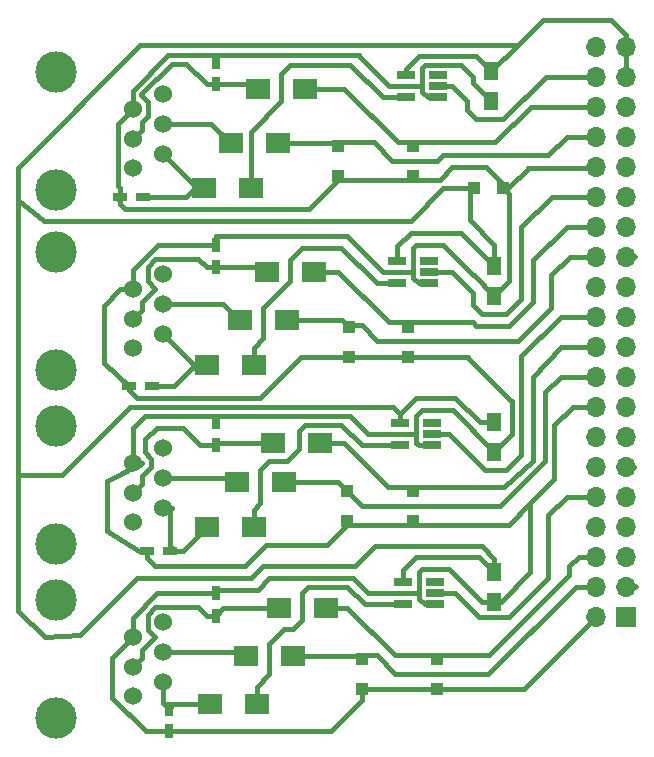
<source format=gbr>
G04 #@! TF.GenerationSoftware,KiCad,Pcbnew,5.0.0-fee4fd1~66~ubuntu18.04.1*
G04 #@! TF.CreationDate,2018-08-28T20:11:10-05:00*
G04 #@! TF.ProjectId,PiKwonDoHAT,50694B776F6E446F4841542E6B696361,rev?*
G04 #@! TF.SameCoordinates,PX7735940PY42c1d80*
G04 #@! TF.FileFunction,Copper,L2,Bot,Signal*
G04 #@! TF.FilePolarity,Positive*
%FSLAX46Y46*%
G04 Gerber Fmt 4.6, Leading zero omitted, Abs format (unit mm)*
G04 Created by KiCad (PCBNEW 5.0.0-fee4fd1~66~ubuntu18.04.1) date Tue Aug 28 20:11:10 2018*
%MOMM*%
%LPD*%
G01*
G04 APERTURE LIST*
G04 #@! TA.AperFunction,SMDPad,CuDef*
%ADD10R,0.750000X1.200000*%
G04 #@! TD*
G04 #@! TA.AperFunction,ComponentPad*
%ADD11C,1.524000*%
G04 #@! TD*
G04 #@! TA.AperFunction,WasherPad*
%ADD12C,3.500000*%
G04 #@! TD*
G04 #@! TA.AperFunction,ComponentPad*
%ADD13R,1.700000X1.700000*%
G04 #@! TD*
G04 #@! TA.AperFunction,ComponentPad*
%ADD14O,1.700000X1.700000*%
G04 #@! TD*
G04 #@! TA.AperFunction,SMDPad,CuDef*
%ADD15R,1.200000X0.750000*%
G04 #@! TD*
G04 #@! TA.AperFunction,SMDPad,CuDef*
%ADD16R,2.000000X1.700000*%
G04 #@! TD*
G04 #@! TA.AperFunction,SMDPad,CuDef*
%ADD17R,1.250000X1.500000*%
G04 #@! TD*
G04 #@! TA.AperFunction,SMDPad,CuDef*
%ADD18R,1.560000X0.650000*%
G04 #@! TD*
G04 #@! TA.AperFunction,SMDPad,CuDef*
%ADD19R,1.000000X1.000000*%
G04 #@! TD*
G04 #@! TA.AperFunction,Conductor*
%ADD20C,0.400000*%
G04 #@! TD*
G04 #@! TA.AperFunction,Conductor*
%ADD21C,0.500000*%
G04 #@! TD*
G04 APERTURE END LIST*
D10*
G04 #@! TO.P,C12,1*
G04 #@! TO.N,Net-(C12-Pad1)*
X-40500000Y-59300000D03*
G04 #@! TO.P,C12,2*
G04 #@! TO.N,GND*
X-40500000Y-61200000D03*
G04 #@! TD*
D11*
G04 #@! TO.P,CN3,1*
G04 #@! TO.N,Net-(CN3-Pad1)*
X-43500000Y-28804000D03*
G04 #@! TO.P,CN3,2*
G04 #@! TO.N,Net-(C8-Pad1)*
X-41000000Y-27544000D03*
G04 #@! TO.P,CN3,3*
G04 #@! TO.N,Net-(C7-Pad1)*
X-43500000Y-26284000D03*
G04 #@! TO.P,CN3,4*
G04 #@! TO.N,Net-(CN3-Pad4)*
X-41000000Y-25024000D03*
G04 #@! TO.P,CN3,5*
G04 #@! TO.N,GND*
X-43500000Y-23765000D03*
G04 #@! TO.P,CN3,6*
G04 #@! TO.N,Net-(CN3-Pad6)*
X-41000000Y-22504000D03*
D12*
G04 #@! TO.P,CN3,*
G04 #@! TO.N,*
X-50000000Y-30654000D03*
X-50000000Y-20654000D03*
G04 #@! TD*
D11*
G04 #@! TO.P,CN4,1*
G04 #@! TO.N,Net-(CN4-Pad1)*
X-43500000Y-43536000D03*
G04 #@! TO.P,CN4,2*
G04 #@! TO.N,Net-(C10-Pad1)*
X-41000000Y-42276000D03*
G04 #@! TO.P,CN4,3*
G04 #@! TO.N,Net-(C9-Pad1)*
X-43500000Y-41016000D03*
G04 #@! TO.P,CN4,4*
G04 #@! TO.N,Net-(CN4-Pad4)*
X-41000000Y-39756000D03*
G04 #@! TO.P,CN4,5*
G04 #@! TO.N,GND*
X-43500000Y-38497000D03*
G04 #@! TO.P,CN4,6*
G04 #@! TO.N,Net-(CN4-Pad6)*
X-41000000Y-37236000D03*
D12*
G04 #@! TO.P,CN4,*
G04 #@! TO.N,*
X-50000000Y-45386000D03*
X-50000000Y-35386000D03*
G04 #@! TD*
D11*
G04 #@! TO.P,CN2,1*
G04 #@! TO.N,Net-(CN2-Pad1)*
X-43500000Y-13564000D03*
G04 #@! TO.P,CN2,2*
G04 #@! TO.N,Net-(C6-Pad1)*
X-41000000Y-12304000D03*
G04 #@! TO.P,CN2,3*
G04 #@! TO.N,Net-(C5-Pad1)*
X-43500000Y-11044000D03*
G04 #@! TO.P,CN2,4*
G04 #@! TO.N,Net-(CN2-Pad4)*
X-41000000Y-9784000D03*
G04 #@! TO.P,CN2,5*
G04 #@! TO.N,GND*
X-43500000Y-8525000D03*
G04 #@! TO.P,CN2,6*
G04 #@! TO.N,Net-(CN2-Pad6)*
X-41000000Y-7264000D03*
D12*
G04 #@! TO.P,CN2,*
G04 #@! TO.N,*
X-50000000Y-15414000D03*
X-50000000Y-5414000D03*
G04 #@! TD*
D13*
G04 #@! TO.P,CN1,1*
G04 #@! TO.N,Net-(CN1-Pad1)*
X-1750000Y-51500000D03*
D14*
G04 #@! TO.P,CN1,2*
G04 #@! TO.N,GND*
X-4290000Y-51500000D03*
G04 #@! TO.P,CN1,3*
G04 #@! TO.N,Net-(CN1-Pad3)*
X-1750000Y-48960000D03*
G04 #@! TO.P,CN1,4*
G04 #@! TO.N,/C_DATA*
X-4290000Y-48960000D03*
G04 #@! TO.P,CN1,5*
G04 #@! TO.N,Net-(CN1-Pad5)*
X-1750000Y-46420000D03*
G04 #@! TO.P,CN1,6*
G04 #@! TO.N,/C_LOAD*
X-4290000Y-46420000D03*
G04 #@! TO.P,CN1,7*
G04 #@! TO.N,Net-(CN1-Pad7)*
X-1750000Y-43880000D03*
G04 #@! TO.P,CN1,8*
G04 #@! TO.N,Net-(CN1-Pad8)*
X-4290000Y-43880000D03*
G04 #@! TO.P,CN1,9*
G04 #@! TO.N,Net-(CN1-Pad9)*
X-1750000Y-41340000D03*
G04 #@! TO.P,CN1,10*
G04 #@! TO.N,/C_CLK*
X-4290000Y-41340000D03*
G04 #@! TO.P,CN1,11*
G04 #@! TO.N,Net-(CN1-Pad11)*
X-1750000Y-38800000D03*
G04 #@! TO.P,CN1,12*
G04 #@! TO.N,Net-(CN1-Pad12)*
X-4290000Y-38800000D03*
G04 #@! TO.P,CN1,13*
G04 #@! TO.N,Net-(CN1-Pad13)*
X-1750000Y-36260000D03*
G04 #@! TO.P,CN1,14*
G04 #@! TO.N,Net-(CN1-Pad14)*
X-4290000Y-36260000D03*
G04 #@! TO.P,CN1,15*
G04 #@! TO.N,Net-(CN1-Pad15)*
X-1750000Y-33720000D03*
G04 #@! TO.P,CN1,16*
G04 #@! TO.N,GND*
X-4290000Y-33720000D03*
G04 #@! TO.P,CN1,17*
G04 #@! TO.N,Net-(CN1-Pad17)*
X-1750000Y-31180000D03*
G04 #@! TO.P,CN1,18*
G04 #@! TO.N,/J3_DATA*
X-4290000Y-31180000D03*
G04 #@! TO.P,CN1,19*
G04 #@! TO.N,Net-(CN1-Pad19)*
X-1750000Y-28640000D03*
G04 #@! TO.P,CN1,20*
G04 #@! TO.N,/J3_LOAD*
X-4290000Y-28640000D03*
G04 #@! TO.P,CN1,21*
G04 #@! TO.N,Net-(CN1-Pad21)*
X-1750000Y-26100000D03*
G04 #@! TO.P,CN1,22*
G04 #@! TO.N,/J3_CLK*
X-4290000Y-26100000D03*
G04 #@! TO.P,CN1,23*
G04 #@! TO.N,Net-(CN1-Pad23)*
X-1750000Y-23560000D03*
G04 #@! TO.P,CN1,24*
G04 #@! TO.N,Net-(CN1-Pad24)*
X-4290000Y-23560000D03*
G04 #@! TO.P,CN1,25*
G04 #@! TO.N,Net-(CN1-Pad25)*
X-1750000Y-21020000D03*
G04 #@! TO.P,CN1,26*
G04 #@! TO.N,/J2_DATA*
X-4290000Y-21020000D03*
G04 #@! TO.P,CN1,27*
G04 #@! TO.N,Net-(CN1-Pad27)*
X-1750000Y-18480000D03*
G04 #@! TO.P,CN1,28*
G04 #@! TO.N,/J2_LOAD*
X-4290000Y-18480000D03*
G04 #@! TO.P,CN1,29*
G04 #@! TO.N,Net-(CN1-Pad29)*
X-1750000Y-15940000D03*
G04 #@! TO.P,CN1,30*
G04 #@! TO.N,/J2_CLK*
X-4290000Y-15940000D03*
G04 #@! TO.P,CN1,31*
G04 #@! TO.N,Net-(CN1-Pad31)*
X-1750000Y-13400000D03*
G04 #@! TO.P,CN1,32*
G04 #@! TO.N,GND*
X-4290000Y-13400000D03*
G04 #@! TO.P,CN1,33*
G04 #@! TO.N,Net-(CN1-Pad33)*
X-1750000Y-10860000D03*
G04 #@! TO.P,CN1,34*
G04 #@! TO.N,/J1_DATA*
X-4290000Y-10860000D03*
G04 #@! TO.P,CN1,35*
G04 #@! TO.N,Net-(CN1-Pad35)*
X-1750000Y-8320000D03*
G04 #@! TO.P,CN1,36*
G04 #@! TO.N,/J1_LOAD*
X-4290000Y-8320000D03*
G04 #@! TO.P,CN1,37*
G04 #@! TO.N,+5V*
X-1750000Y-5780000D03*
G04 #@! TO.P,CN1,38*
G04 #@! TO.N,/J1_CLK*
X-4290000Y-5780000D03*
G04 #@! TO.P,CN1,39*
G04 #@! TO.N,+5V*
X-1750000Y-3240000D03*
G04 #@! TO.P,CN1,40*
G04 #@! TO.N,Net-(CN1-Pad40)*
X-4290000Y-3240000D03*
G04 #@! TD*
D11*
G04 #@! TO.P,CN5,1*
G04 #@! TO.N,Net-(CN5-Pad1)*
X-43500000Y-58268000D03*
G04 #@! TO.P,CN5,2*
G04 #@! TO.N,Net-(C12-Pad1)*
X-41000000Y-57008000D03*
G04 #@! TO.P,CN5,3*
G04 #@! TO.N,Net-(C11-Pad1)*
X-43500000Y-55748000D03*
G04 #@! TO.P,CN5,4*
G04 #@! TO.N,Net-(CN5-Pad4)*
X-41000000Y-54488000D03*
G04 #@! TO.P,CN5,5*
G04 #@! TO.N,GND*
X-43500000Y-53229000D03*
G04 #@! TO.P,CN5,6*
G04 #@! TO.N,Net-(CN5-Pad6)*
X-41000000Y-51968000D03*
D12*
G04 #@! TO.P,CN5,*
G04 #@! TO.N,*
X-50000000Y-60118000D03*
X-50000000Y-50118000D03*
G04 #@! TD*
D10*
G04 #@! TO.P,C5,1*
G04 #@! TO.N,Net-(C5-Pad1)*
X-36500000Y-6450000D03*
G04 #@! TO.P,C5,2*
G04 #@! TO.N,GND*
X-36500000Y-4550000D03*
G04 #@! TD*
G04 #@! TO.P,C7,1*
G04 #@! TO.N,Net-(C7-Pad1)*
X-36500000Y-21950000D03*
G04 #@! TO.P,C7,2*
G04 #@! TO.N,GND*
X-36500000Y-20050000D03*
G04 #@! TD*
G04 #@! TO.P,C9,1*
G04 #@! TO.N,Net-(C9-Pad1)*
X-36500000Y-36950000D03*
G04 #@! TO.P,C9,2*
G04 #@! TO.N,GND*
X-36500000Y-35050000D03*
G04 #@! TD*
G04 #@! TO.P,C11,1*
G04 #@! TO.N,Net-(C11-Pad1)*
X-36500000Y-51450000D03*
G04 #@! TO.P,C11,2*
G04 #@! TO.N,GND*
X-36500000Y-49550000D03*
G04 #@! TD*
D15*
G04 #@! TO.P,C6,1*
G04 #@! TO.N,Net-(C6-Pad1)*
X-42694000Y-16002000D03*
G04 #@! TO.P,C6,2*
G04 #@! TO.N,GND*
X-44594000Y-16002000D03*
G04 #@! TD*
G04 #@! TO.P,C8,1*
G04 #@! TO.N,Net-(C8-Pad1)*
X-41932000Y-32004000D03*
G04 #@! TO.P,C8,2*
G04 #@! TO.N,GND*
X-43832000Y-32004000D03*
G04 #@! TD*
G04 #@! TO.P,C10,1*
G04 #@! TO.N,Net-(C10-Pad1)*
X-40408000Y-45974000D03*
G04 #@! TO.P,C10,2*
G04 #@! TO.N,GND*
X-42308000Y-45974000D03*
G04 #@! TD*
D16*
G04 #@! TO.P,R3,1*
G04 #@! TO.N,/J1_DATA*
X-31230000Y-11430000D03*
G04 #@! TO.P,R3,2*
G04 #@! TO.N,Net-(CN2-Pad4)*
X-35230000Y-11430000D03*
G04 #@! TD*
G04 #@! TO.P,R6,1*
G04 #@! TO.N,/J2_DATA*
X-30468000Y-26416000D03*
G04 #@! TO.P,R6,2*
G04 #@! TO.N,Net-(CN3-Pad4)*
X-34468000Y-26416000D03*
G04 #@! TD*
G04 #@! TO.P,R9,1*
G04 #@! TO.N,/J3_DATA*
X-30722000Y-40132000D03*
G04 #@! TO.P,R9,2*
G04 #@! TO.N,Net-(CN4-Pad4)*
X-34722000Y-40132000D03*
G04 #@! TD*
G04 #@! TO.P,R12,1*
G04 #@! TO.N,/C_DATA*
X-29960000Y-54864000D03*
G04 #@! TO.P,R12,2*
G04 #@! TO.N,Net-(CN5-Pad4)*
X-33960000Y-54864000D03*
G04 #@! TD*
G04 #@! TO.P,R2,1*
G04 #@! TO.N,/J1_LOAD*
X-28944000Y-6858000D03*
G04 #@! TO.P,R2,2*
G04 #@! TO.N,Net-(C5-Pad1)*
X-32944000Y-6858000D03*
G04 #@! TD*
G04 #@! TO.P,R5,1*
G04 #@! TO.N,/J2_LOAD*
X-28182000Y-22352000D03*
G04 #@! TO.P,R5,2*
G04 #@! TO.N,Net-(C7-Pad1)*
X-32182000Y-22352000D03*
G04 #@! TD*
G04 #@! TO.P,R8,1*
G04 #@! TO.N,/J3_LOAD*
X-27674000Y-36830000D03*
G04 #@! TO.P,R8,2*
G04 #@! TO.N,Net-(C9-Pad1)*
X-31674000Y-36830000D03*
G04 #@! TD*
G04 #@! TO.P,R11,1*
G04 #@! TO.N,/C_LOAD*
X-27166000Y-50800000D03*
G04 #@! TO.P,R11,2*
G04 #@! TO.N,Net-(C11-Pad1)*
X-31166000Y-50800000D03*
G04 #@! TD*
G04 #@! TO.P,R1,1*
G04 #@! TO.N,Net-(R1-Pad1)*
X-33516000Y-15240000D03*
G04 #@! TO.P,R1,2*
G04 #@! TO.N,Net-(C6-Pad1)*
X-37516000Y-15240000D03*
G04 #@! TD*
G04 #@! TO.P,R4,1*
G04 #@! TO.N,Net-(R4-Pad1)*
X-33262000Y-30226000D03*
G04 #@! TO.P,R4,2*
G04 #@! TO.N,Net-(C8-Pad1)*
X-37262000Y-30226000D03*
G04 #@! TD*
G04 #@! TO.P,R7,1*
G04 #@! TO.N,Net-(R7-Pad1)*
X-33262000Y-43942000D03*
G04 #@! TO.P,R7,2*
G04 #@! TO.N,Net-(C10-Pad1)*
X-37262000Y-43942000D03*
G04 #@! TD*
G04 #@! TO.P,R10,1*
G04 #@! TO.N,Net-(R10-Pad1)*
X-33008000Y-58928000D03*
G04 #@! TO.P,R10,2*
G04 #@! TO.N,Net-(C12-Pad1)*
X-37008000Y-58928000D03*
G04 #@! TD*
D17*
G04 #@! TO.P,C3,1*
G04 #@! TO.N,+5V*
X-12910000Y-35072000D03*
G04 #@! TO.P,C3,2*
G04 #@! TO.N,GND*
X-12910000Y-37572000D03*
G04 #@! TD*
G04 #@! TO.P,C1,1*
G04 #@! TO.N,+5V*
X-13164000Y-5354000D03*
G04 #@! TO.P,C1,2*
G04 #@! TO.N,GND*
X-13164000Y-7854000D03*
G04 #@! TD*
G04 #@! TO.P,C2,1*
G04 #@! TO.N,+5V*
X-12910000Y-21864000D03*
G04 #@! TO.P,C2,2*
G04 #@! TO.N,GND*
X-12910000Y-24364000D03*
G04 #@! TD*
G04 #@! TO.P,C4,1*
G04 #@! TO.N,+5V*
X-12910000Y-47772000D03*
G04 #@! TO.P,C4,2*
G04 #@! TO.N,GND*
X-12910000Y-50272000D03*
G04 #@! TD*
D18*
G04 #@! TO.P,U1,1*
G04 #@! TO.N,Net-(U1-Pad1)*
X-17656000Y-5654000D03*
G04 #@! TO.P,U1,2*
G04 #@! TO.N,/J1_CLK*
X-17656000Y-6604000D03*
G04 #@! TO.P,U1,3*
G04 #@! TO.N,GND*
X-17656000Y-7554000D03*
G04 #@! TO.P,U1,4*
G04 #@! TO.N,Net-(R1-Pad1)*
X-20356000Y-7554000D03*
G04 #@! TO.P,U1,5*
G04 #@! TO.N,+5V*
X-20356000Y-5654000D03*
G04 #@! TD*
G04 #@! TO.P,U4,1*
G04 #@! TO.N,Net-(U4-Pad1)*
X-17910000Y-48580000D03*
G04 #@! TO.P,U4,2*
G04 #@! TO.N,/C_CLK*
X-17910000Y-49530000D03*
G04 #@! TO.P,U4,3*
G04 #@! TO.N,GND*
X-17910000Y-50480000D03*
G04 #@! TO.P,U4,4*
G04 #@! TO.N,Net-(R10-Pad1)*
X-20610000Y-50480000D03*
G04 #@! TO.P,U4,5*
G04 #@! TO.N,+5V*
X-20610000Y-48580000D03*
G04 #@! TD*
G04 #@! TO.P,U3,1*
G04 #@! TO.N,Net-(U3-Pad1)*
X-18164000Y-35118000D03*
G04 #@! TO.P,U3,2*
G04 #@! TO.N,/J3_CLK*
X-18164000Y-36068000D03*
G04 #@! TO.P,U3,3*
G04 #@! TO.N,GND*
X-18164000Y-37018000D03*
G04 #@! TO.P,U3,4*
G04 #@! TO.N,Net-(R7-Pad1)*
X-20864000Y-37018000D03*
G04 #@! TO.P,U3,5*
G04 #@! TO.N,+5V*
X-20864000Y-35118000D03*
G04 #@! TD*
G04 #@! TO.P,U2,1*
G04 #@! TO.N,Net-(U2-Pad1)*
X-18418000Y-21402000D03*
G04 #@! TO.P,U2,2*
G04 #@! TO.N,/J2_CLK*
X-18418000Y-22352000D03*
G04 #@! TO.P,U2,3*
G04 #@! TO.N,GND*
X-18418000Y-23302000D03*
G04 #@! TO.P,U2,4*
G04 #@! TO.N,Net-(R4-Pad1)*
X-21118000Y-23302000D03*
G04 #@! TO.P,U2,5*
G04 #@! TO.N,+5V*
X-21118000Y-21402000D03*
G04 #@! TD*
D19*
G04 #@! TO.P,D1,1*
G04 #@! TO.N,+5V*
X-14668000Y-15240000D03*
G04 #@! TO.P,D1,2*
G04 #@! TO.N,GND*
X-12168000Y-15240000D03*
G04 #@! TD*
G04 #@! TO.P,D2,1*
G04 #@! TO.N,/J1_DATA*
X-26118000Y-11704000D03*
G04 #@! TO.P,D2,2*
G04 #@! TO.N,GND*
X-26118000Y-14204000D03*
G04 #@! TD*
G04 #@! TO.P,D3,1*
G04 #@! TO.N,/J1_LOAD*
X-19768000Y-11704000D03*
G04 #@! TO.P,D3,2*
G04 #@! TO.N,GND*
X-19768000Y-14204000D03*
G04 #@! TD*
G04 #@! TO.P,D4,1*
G04 #@! TO.N,/J2_DATA*
X-25250000Y-27000000D03*
G04 #@! TO.P,D4,2*
G04 #@! TO.N,GND*
X-25250000Y-29500000D03*
G04 #@! TD*
G04 #@! TO.P,D5,1*
G04 #@! TO.N,/J2_LOAD*
X-20250000Y-27000000D03*
G04 #@! TO.P,D5,2*
G04 #@! TO.N,GND*
X-20250000Y-29500000D03*
G04 #@! TD*
G04 #@! TO.P,D6,1*
G04 #@! TO.N,/J3_DATA*
X-25356000Y-40914000D03*
G04 #@! TO.P,D6,2*
G04 #@! TO.N,GND*
X-25356000Y-43414000D03*
G04 #@! TD*
G04 #@! TO.P,D7,1*
G04 #@! TO.N,/J3_LOAD*
X-19768000Y-40914000D03*
G04 #@! TO.P,D7,2*
G04 #@! TO.N,GND*
X-19768000Y-43414000D03*
G04 #@! TD*
G04 #@! TO.P,D8,1*
G04 #@! TO.N,/C_DATA*
X-24086000Y-55138000D03*
G04 #@! TO.P,D8,2*
G04 #@! TO.N,GND*
X-24086000Y-57638000D03*
G04 #@! TD*
G04 #@! TO.P,D9,1*
G04 #@! TO.N,/C_LOAD*
X-17736000Y-55138000D03*
G04 #@! TO.P,D9,2*
G04 #@! TO.N,GND*
X-17736000Y-57638000D03*
G04 #@! TD*
D20*
G04 #@! TO.N,GND*
X-17736000Y-57638000D02*
X-10428000Y-57638000D01*
X-10428000Y-57638000D02*
X-4290000Y-51500000D01*
X-24086000Y-57638000D02*
X-17736000Y-57638000D01*
X-32750000Y-33020000D02*
X-29254000Y-29524000D01*
X-29202000Y-29500000D02*
X-25250000Y-29500000D01*
X-29226000Y-29524000D02*
X-29202000Y-29500000D01*
X-29254000Y-29524000D02*
X-29226000Y-29524000D01*
X-25250000Y-29500000D02*
X-20250000Y-29500000D01*
X-15250000Y-29500000D02*
X-11386000Y-33364000D01*
X-43136000Y-33020000D02*
X-32750000Y-33020000D01*
X-32750000Y-33020000D02*
X-32722000Y-33020000D01*
X-43832000Y-32324000D02*
X-43136000Y-33020000D01*
X-20250000Y-29500000D02*
X-15250000Y-29500000D01*
X-15250000Y-29500000D02*
X-15160000Y-29500000D01*
X-11386000Y-33274000D02*
X-11386000Y-33364000D01*
X-11386000Y-33364000D02*
X-11386000Y-36048000D01*
X-11386000Y-36048000D02*
X-12910000Y-37572000D01*
X-11640000Y-20004002D02*
X-11640000Y-15768000D01*
X-11640000Y-20004002D02*
X-11640000Y-23094000D01*
X-12910000Y-24364000D02*
X-11640000Y-23094000D01*
X-11640000Y-15768000D02*
X-12168000Y-15240000D01*
X-12168000Y-15240000D02*
X-11740000Y-15240000D01*
X-11740000Y-15240000D02*
X-10000000Y-13500000D01*
X-36500000Y-49550000D02*
X-36200000Y-49250000D01*
X-36200000Y-49250000D02*
X-32950000Y-49250000D01*
X-31960000Y-48260000D02*
X-32950000Y-49250000D01*
X-24848000Y-48260000D02*
X-31960000Y-48260000D01*
X-23578000Y-49530000D02*
X-24848000Y-48260000D01*
X-19260000Y-49530000D02*
X-23578000Y-49530000D01*
X-42308000Y-46548000D02*
X-41612000Y-47244000D01*
X-36500000Y-34482002D02*
X-36500000Y-35050000D01*
X-25073000Y-34573000D02*
X-25163998Y-34482002D01*
X-25163998Y-34482002D02*
X-36500000Y-34482002D01*
X-36500000Y-34482002D02*
X-36500000Y-35050000D01*
X-36500000Y-35050000D02*
X-36500000Y-34500000D01*
X-36500000Y-20050000D02*
X-36500000Y-19304000D01*
X-24340000Y-4064000D02*
X-24404000Y-4000000D01*
X-21800000Y-6604000D02*
X-24340000Y-4064000D01*
X-19006000Y-6604000D02*
X-21800000Y-6604000D01*
X-24404000Y-4000000D02*
X-36500000Y-4000000D01*
X-36500000Y-4000000D02*
X-36500000Y-4550000D01*
X-40596000Y-4064000D02*
X-40532000Y-4000000D01*
X-40532000Y-4000000D02*
X-36500000Y-4000000D01*
X-36500000Y-4000000D02*
X-36500000Y-4550000D01*
X-36500000Y-4000000D02*
X-36500000Y-4550000D01*
X-10078000Y-13500000D02*
X-10000000Y-13500000D01*
X-10000000Y-13500000D02*
X-4390000Y-13500000D01*
X-4390000Y-13500000D02*
X-4290000Y-13400000D01*
X-42308000Y-45974000D02*
X-42308000Y-46548000D01*
X-41612000Y-47244000D02*
X-33992000Y-47244000D01*
X-33992000Y-47244000D02*
X-32214000Y-45466000D01*
X-32214000Y-45466000D02*
X-27058000Y-45466000D01*
X-27058000Y-45466000D02*
X-25356000Y-43764000D01*
X-19768000Y-43764000D02*
X-11716000Y-43764000D01*
X-11716000Y-43764000D02*
X-9862000Y-41910000D01*
X-12910000Y-50272000D02*
X-12382000Y-50272000D01*
X-12382000Y-50272000D02*
X-9862000Y-47752000D01*
X-9862000Y-47752000D02*
X-9862000Y-41910000D01*
X-6244000Y-33720000D02*
X-4290000Y-33720000D01*
X-9862000Y-41910000D02*
X-7830000Y-39878000D01*
X-7830000Y-39878000D02*
X-7830000Y-35306000D01*
X-7830000Y-35306000D02*
X-6244000Y-33720000D01*
X-17910000Y-50480000D02*
X-18818000Y-50480000D01*
X-13946000Y-50272000D02*
X-12910000Y-50272000D01*
X-16720000Y-47498000D02*
X-13946000Y-50272000D01*
X-19006000Y-47498000D02*
X-16720000Y-47498000D01*
X-19260000Y-47752000D02*
X-19006000Y-47498000D01*
X-19260000Y-50038000D02*
X-19260000Y-49530000D01*
X-19260000Y-49530000D02*
X-19260000Y-47752000D01*
X-18818000Y-50480000D02*
X-19260000Y-50038000D01*
X-23578000Y-36068000D02*
X-19514000Y-36068000D01*
X-25102000Y-34544000D02*
X-25073000Y-34573000D01*
X-25073000Y-34573000D02*
X-23578000Y-36068000D01*
X-25356000Y-43764000D02*
X-19768000Y-43764000D01*
X-43832000Y-32004000D02*
X-43832000Y-32324000D01*
X-19514000Y-36322000D02*
X-19514000Y-36068000D01*
X-19514000Y-36322000D02*
X-19514000Y-36830000D01*
X-19514000Y-36830000D02*
X-19326000Y-37018000D01*
X-19326000Y-37018000D02*
X-18164000Y-37018000D01*
X-19514000Y-36068000D02*
X-19514000Y-34544000D01*
X-16446000Y-34036000D02*
X-12910000Y-37572000D01*
X-19006000Y-34036000D02*
X-16446000Y-34036000D01*
X-19514000Y-34544000D02*
X-19006000Y-34036000D01*
X-13464000Y-37018000D02*
X-12910000Y-37572000D01*
X-42909000Y-38674000D02*
X-42732000Y-38497000D01*
X-19768000Y-22352000D02*
X-22308000Y-22352000D01*
X-25356000Y-19304000D02*
X-36500000Y-19304000D01*
X-22308000Y-22352000D02*
X-25356000Y-19304000D01*
X-44594000Y-16002000D02*
X-44594000Y-16576000D01*
X-44594000Y-16576000D02*
X-44152000Y-17018000D01*
X-44152000Y-17018000D02*
X-28582000Y-17018000D01*
X-28582000Y-17018000D02*
X-26118000Y-14554000D01*
X-18418000Y-23302000D02*
X-19326000Y-23302000D01*
X-14668000Y-22606000D02*
X-12910000Y-24364000D01*
X-19768000Y-22352000D02*
X-19768000Y-20320000D01*
X-19768000Y-20320000D02*
X-19514000Y-20066000D01*
X-19514000Y-20066000D02*
X-17228000Y-20066000D01*
X-17228000Y-20066000D02*
X-14688000Y-22606000D01*
X-14688000Y-22606000D02*
X-14668000Y-22606000D01*
X-19768000Y-22860000D02*
X-19768000Y-22352000D01*
X-19326000Y-23302000D02*
X-19768000Y-22860000D01*
X-19768000Y-14554000D02*
X-17558000Y-14554000D01*
X-13596000Y-13462000D02*
X-11818000Y-15240000D01*
X-16466000Y-13462000D02*
X-13596000Y-13462000D01*
X-17558000Y-14554000D02*
X-16466000Y-13462000D01*
X-13240000Y-37942000D02*
X-12636000Y-37338000D01*
X-17656000Y-7554000D02*
X-18564000Y-7554000D01*
X-18564000Y-7554000D02*
X-19006000Y-7112000D01*
X-19006000Y-7112000D02*
X-19006000Y-6604000D01*
X-14688000Y-6330000D02*
X-13164000Y-7854000D01*
X-19006000Y-6604000D02*
X-19006000Y-5018002D01*
X-19006000Y-5018002D02*
X-18752000Y-4764002D01*
X-18752000Y-4764002D02*
X-15765998Y-4764002D01*
X-15765998Y-4764002D02*
X-14688000Y-5842000D01*
X-14688000Y-5842000D02*
X-14688000Y-6330000D01*
X-4720000Y-13400000D02*
X-4290000Y-13400000D01*
X-13464000Y-7554000D02*
X-13164000Y-7854000D01*
X-26118000Y-14554000D02*
X-19768000Y-14554000D01*
X-17722000Y-7620000D02*
X-17656000Y-7554000D01*
X-44762000Y-16170000D02*
X-44594000Y-16002000D01*
X-46000000Y-30000000D02*
X-43832000Y-32004000D01*
X-44577630Y-23765000D02*
X-46000000Y-25187370D01*
X-46000000Y-25187370D02*
X-46000000Y-30000000D01*
X-43500000Y-23765000D02*
X-44577630Y-23765000D01*
X-45750000Y-44250000D02*
X-43026000Y-45974000D01*
X-42732000Y-38497000D02*
X-45750000Y-40000000D01*
X-43026000Y-45974000D02*
X-42308000Y-45974000D01*
X-45750000Y-40000000D02*
X-45750000Y-44250000D01*
X-43500000Y-35500000D02*
X-43500000Y-38497000D01*
X-36500000Y-34482002D02*
X-42482002Y-34482002D01*
X-42482002Y-34482002D02*
X-43500000Y-35500000D01*
X-37275000Y-49550000D02*
X-36500000Y-49550000D01*
X-41439724Y-49550000D02*
X-37275000Y-49550000D01*
X-43500000Y-51610276D02*
X-41439724Y-49550000D01*
X-43500000Y-53229000D02*
X-43500000Y-51610276D01*
X-43500000Y-6968000D02*
X-43500000Y-8525000D01*
X-40532000Y-4000000D02*
X-43500000Y-6968000D01*
X-44261999Y-9286999D02*
X-43500000Y-8525000D01*
X-44762001Y-9787001D02*
X-44261999Y-9286999D01*
X-44762001Y-15058999D02*
X-44762001Y-9787001D01*
X-44594000Y-15227000D02*
X-44762001Y-15058999D01*
X-44594000Y-16002000D02*
X-44594000Y-15227000D01*
X-37275000Y-20050000D02*
X-36500000Y-20050000D01*
X-43500000Y-22146276D02*
X-41403724Y-20050000D01*
X-41403724Y-20050000D02*
X-37275000Y-20050000D01*
X-43500000Y-23765000D02*
X-43500000Y-22146276D01*
X-45250000Y-58385762D02*
X-42435762Y-61200000D01*
X-45250000Y-54979000D02*
X-45250000Y-58385762D01*
X-41275000Y-61200000D02*
X-40500000Y-61200000D01*
X-42435762Y-61200000D02*
X-41275000Y-61200000D01*
X-43500000Y-53229000D02*
X-45250000Y-54979000D01*
X-24086000Y-58538000D02*
X-24086000Y-57638000D01*
X-26748000Y-61200000D02*
X-24086000Y-58538000D01*
X-40500000Y-61200000D02*
X-26748000Y-61200000D01*
G04 #@! TO.N,Net-(C5-Pad1)*
X-36500000Y-6450000D02*
X-33352000Y-6450000D01*
X-33352000Y-6450000D02*
X-32944000Y-6858000D01*
X-39024990Y-4700010D02*
X-37275000Y-6450000D01*
X-40242048Y-4700010D02*
X-39024990Y-4700010D01*
X-37275000Y-6450000D02*
X-36500000Y-6450000D01*
X-42799990Y-7257952D02*
X-40242048Y-4700010D01*
X-42799990Y-7357248D02*
X-42799990Y-7257952D01*
X-42237999Y-7919239D02*
X-42799990Y-7357248D01*
X-42237999Y-9154237D02*
X-42237999Y-7919239D01*
X-42738001Y-9654239D02*
X-42237999Y-9154237D01*
X-42738001Y-10282001D02*
X-42738001Y-9654239D01*
X-43500000Y-11044000D02*
X-42738001Y-10282001D01*
G04 #@! TO.N,Net-(C6-Pad1)*
X-42694000Y-16002000D02*
X-39002000Y-16002000D01*
X-39002000Y-16002000D02*
X-38240000Y-15240000D01*
X-38240000Y-15240000D02*
X-37516000Y-15240000D01*
X-42694000Y-16002000D02*
X-42628000Y-16002000D01*
X-37516000Y-15240000D02*
X-37440000Y-15240000D01*
X-37516000Y-15240000D02*
X-37516000Y-15164000D01*
X-38064000Y-15240000D02*
X-37516000Y-15240000D01*
X-41000000Y-12304000D02*
X-38064000Y-15240000D01*
G04 #@! TO.N,Net-(C7-Pad1)*
X-36500000Y-21950000D02*
X-32584000Y-21950000D01*
X-32584000Y-21950000D02*
X-32182000Y-22352000D01*
X-37275000Y-21950000D02*
X-36500000Y-21950000D01*
X-37983001Y-21241999D02*
X-37275000Y-21950000D01*
X-41605761Y-21241999D02*
X-37983001Y-21241999D01*
X-42262001Y-21898239D02*
X-41605761Y-21241999D01*
X-42262001Y-23109761D02*
X-42262001Y-21898239D01*
X-41607762Y-23764000D02*
X-42262001Y-23109761D01*
X-42738001Y-24894239D02*
X-41607762Y-23764000D01*
X-42738001Y-25522001D02*
X-42738001Y-24894239D01*
X-43500000Y-26284000D02*
X-42738001Y-25522001D01*
G04 #@! TO.N,Net-(C8-Pad1)*
X-41932000Y-32004000D02*
X-40004000Y-32004000D01*
X-38500000Y-30500000D02*
X-37536000Y-30500000D01*
X-40004000Y-32004000D02*
X-38500000Y-30500000D01*
X-37536000Y-30500000D02*
X-37262000Y-30226000D01*
X-37262000Y-30226000D02*
X-37550000Y-30226000D01*
X-37262000Y-30226000D02*
X-37262000Y-30390000D01*
X-38318000Y-30226000D02*
X-37262000Y-30226000D01*
X-41000000Y-27544000D02*
X-38318000Y-30226000D01*
G04 #@! TO.N,+5V*
X-21118000Y-21402000D02*
X-21118000Y-20118000D01*
X-15774000Y-19000000D02*
X-12910000Y-21864000D01*
X-20000000Y-19000000D02*
X-15774000Y-19000000D01*
X-21118000Y-20118000D02*
X-20000000Y-19000000D01*
X-1750000Y-3240000D02*
X-1750000Y-2250000D01*
X-8810000Y-1000000D02*
X-10893000Y-3083000D01*
X-10893000Y-3083000D02*
X-13164000Y-5354000D01*
X-3000000Y-1000000D02*
X-8810000Y-1000000D01*
X-1750000Y-2250000D02*
X-3000000Y-1000000D01*
X-13164000Y-5354000D02*
X-12954000Y-5354000D01*
X-20356000Y-5160000D02*
X-19260000Y-4064000D01*
X-19260000Y-4064000D02*
X-14454000Y-4064000D01*
X-20356000Y-5654000D02*
X-20356000Y-5160000D01*
X-14454000Y-4064000D02*
X-13164000Y-5354000D01*
X-20610000Y-48580000D02*
X-20610000Y-47578000D01*
X-20610000Y-47578000D02*
X-19514000Y-46482000D01*
X-19514000Y-46482000D02*
X-14200000Y-46482000D01*
X-14200000Y-46482000D02*
X-12910000Y-47772000D01*
X-12910000Y-35072000D02*
X-14160000Y-35072000D01*
X-14160000Y-35072000D02*
X-16212000Y-33020000D01*
X-16212000Y-33020000D02*
X-19514000Y-33020000D01*
X-19514000Y-33020000D02*
X-20864000Y-34370000D01*
X-20864000Y-34370000D02*
X-20864000Y-35118000D01*
X-20864000Y-35118000D02*
X-20864000Y-34878000D01*
X-1750000Y-3240000D02*
X-1750000Y-5780000D01*
X-12910000Y-46590000D02*
X-12910000Y-47772000D01*
X-14000000Y-45500000D02*
X-12910000Y-46590000D01*
X-23000000Y-45500000D02*
X-14000000Y-45500000D01*
X-53250000Y-41250000D02*
X-53250000Y-51000000D01*
X-51000000Y-53250000D02*
X-47962000Y-53086000D01*
X-53250000Y-51000000D02*
X-51000000Y-53250000D01*
X-24744000Y-47244000D02*
X-23000000Y-45500000D01*
X-47962000Y-53086000D02*
X-43136000Y-48260000D01*
X-43136000Y-48260000D02*
X-33484000Y-48260000D01*
X-33484000Y-48260000D02*
X-32468000Y-47244000D01*
X-32468000Y-47244000D02*
X-24744000Y-47244000D01*
X-12910000Y-20066000D02*
X-12910000Y-21864000D01*
X-15018000Y-15240000D02*
X-15018000Y-17958000D01*
X-17240000Y-15240000D02*
X-15018000Y-15240000D01*
X-42917000Y-3083000D02*
X-53250000Y-13500000D01*
X-10893000Y-3083000D02*
X-42917000Y-3083000D01*
X-53250000Y-16250000D02*
X-51010000Y-18034000D01*
X-51010000Y-18034000D02*
X-20000000Y-18000000D01*
X-15018000Y-17958000D02*
X-12910000Y-20066000D01*
X-53250000Y-13500000D02*
X-53250000Y-16250000D01*
X-20000000Y-18000000D02*
X-17240000Y-15240000D01*
X-53250000Y-33000000D02*
X-53250000Y-16250000D01*
X-20864000Y-34393000D02*
X-21507000Y-33750000D01*
X-20864000Y-35118000D02*
X-20864000Y-34393000D01*
X-21507000Y-33750000D02*
X-43750000Y-33750000D01*
X-49500000Y-39500000D02*
X-53250000Y-39500000D01*
X-53250000Y-41250000D02*
X-53250000Y-39500000D01*
X-43750000Y-33750000D02*
X-49500000Y-39500000D01*
X-53250000Y-39500000D02*
X-53250000Y-33000000D01*
G04 #@! TO.N,/J1_LOAD*
X-28944000Y-6858000D02*
X-25610000Y-6858000D01*
X-25610000Y-6858000D02*
X-21114000Y-11354000D01*
X-19768000Y-11354000D02*
X-12834000Y-11354000D01*
X-9800000Y-8320000D02*
X-4290000Y-8320000D01*
X-12834000Y-11354000D02*
X-9800000Y-8320000D01*
X-21114000Y-11354000D02*
X-19768000Y-11354000D01*
G04 #@! TO.N,/J2_LOAD*
X-26118000Y-22352000D02*
X-28182000Y-22352000D01*
X-21876000Y-26594000D02*
X-26118000Y-22352000D01*
X-20276000Y-26594000D02*
X-14764000Y-26594000D01*
X-6752000Y-18480000D02*
X-4290000Y-18480000D01*
X-9608000Y-21336000D02*
X-6752000Y-18480000D01*
X-9608000Y-24892000D02*
X-9608000Y-21336000D01*
X-11640000Y-26924000D02*
X-9608000Y-24892000D01*
X-14434000Y-26924000D02*
X-11640000Y-26924000D01*
X-14764000Y-26594000D02*
X-14434000Y-26924000D01*
X-20276000Y-26594000D02*
X-21876000Y-26594000D01*
G04 #@! TO.N,/J3_LOAD*
X-27674000Y-36830000D02*
X-25670000Y-36830000D01*
X-21936000Y-40564000D02*
X-19768000Y-40564000D01*
X-25670000Y-36830000D02*
X-21936000Y-40564000D01*
X-19768000Y-40564000D02*
X-12072000Y-40564000D01*
X-7260000Y-28640000D02*
X-4290000Y-28640000D01*
X-9608000Y-31242000D02*
X-7260000Y-28640000D01*
X-9608000Y-38354000D02*
X-9608000Y-31242000D01*
X-12072000Y-40564000D02*
X-9608000Y-38354000D01*
G04 #@! TO.N,/C_LOAD*
X-17736000Y-54788000D02*
X-13342000Y-54788000D01*
X-5736000Y-46420000D02*
X-4290000Y-46420000D01*
X-6560000Y-47244000D02*
X-5736000Y-46420000D01*
X-6560000Y-48006000D02*
X-6560000Y-47244000D01*
X-13342000Y-54788000D02*
X-6560000Y-48006000D01*
X-21368000Y-54788000D02*
X-17736000Y-54788000D01*
X-4290000Y-46420000D02*
X-4974000Y-46420000D01*
X-4290000Y-46420000D02*
X-4420000Y-46420000D01*
X-25356000Y-50800000D02*
X-21368000Y-54788000D01*
X-27166000Y-50800000D02*
X-25356000Y-50800000D01*
G04 #@! TO.N,Net-(C9-Pad1)*
X-36500000Y-36950000D02*
X-36380000Y-36830000D01*
X-36380000Y-36830000D02*
X-31674000Y-36830000D01*
X-41976138Y-38127624D02*
X-42500000Y-37603762D01*
X-41976138Y-38840900D02*
X-41976138Y-38127624D01*
X-42738001Y-39602763D02*
X-41976138Y-38840900D01*
X-43500000Y-41016000D02*
X-42738001Y-40254001D01*
X-42738001Y-40254001D02*
X-42738001Y-39602763D01*
X-42500000Y-37603762D02*
X-42500000Y-36500000D01*
X-42500000Y-36500000D02*
X-41500000Y-35500000D01*
X-41500000Y-35500000D02*
X-39250000Y-35500000D01*
X-37800000Y-36950000D02*
X-36500000Y-36950000D01*
X-39250000Y-35500000D02*
X-37800000Y-36950000D01*
G04 #@! TO.N,Net-(C10-Pad1)*
X-40408000Y-45974000D02*
X-39294000Y-45974000D01*
X-39294000Y-45974000D02*
X-37262000Y-43942000D01*
X-40408000Y-45974000D02*
X-40408000Y-42452000D01*
X-40408000Y-42452000D02*
X-40232000Y-42276000D01*
X-40174000Y-45740000D02*
X-40408000Y-45974000D01*
X-37262000Y-43942000D02*
X-37262000Y-44346000D01*
G04 #@! TO.N,Net-(C11-Pad1)*
X-36500000Y-51450000D02*
X-35850000Y-50800000D01*
X-35850000Y-50800000D02*
X-31166000Y-50800000D01*
X-38019001Y-50705999D02*
X-37275000Y-51450000D01*
X-41605761Y-50705999D02*
X-38019001Y-50705999D01*
X-42262001Y-51362239D02*
X-41605761Y-50705999D01*
X-42262001Y-52641237D02*
X-42262001Y-51362239D01*
X-41653238Y-53250000D02*
X-42262001Y-52641237D01*
X-37275000Y-51450000D02*
X-36500000Y-51450000D01*
X-42738001Y-54334763D02*
X-41653238Y-53250000D01*
X-42738001Y-54986001D02*
X-42738001Y-54334763D01*
X-43500000Y-55748000D02*
X-42738001Y-54986001D01*
G04 #@! TO.N,Net-(C12-Pad1)*
X-41000000Y-58800000D02*
X-40500000Y-59300000D01*
X-41000000Y-57008000D02*
X-41000000Y-58800000D01*
X-40128000Y-58928000D02*
X-40500000Y-59300000D01*
X-37008000Y-58928000D02*
X-40128000Y-58928000D01*
G04 #@! TO.N,Net-(CN2-Pad4)*
X-40232000Y-9784000D02*
X-36876000Y-9784000D01*
X-36876000Y-9784000D02*
X-35230000Y-11430000D01*
X-35230000Y-11430000D02*
X-35230000Y-11762000D01*
G04 #@! TO.N,Net-(CN3-Pad4)*
X-40232000Y-25024000D02*
X-35860000Y-25024000D01*
X-35860000Y-25024000D02*
X-34468000Y-26416000D01*
G04 #@! TO.N,Net-(CN4-Pad4)*
X-40232000Y-39756000D02*
X-35098000Y-39756000D01*
X-35098000Y-39756000D02*
X-34722000Y-40132000D01*
G04 #@! TO.N,Net-(CN5-Pad4)*
X-33210000Y-54364000D02*
X-33210000Y-54264000D01*
X-34336000Y-54488000D02*
X-33960000Y-54864000D01*
X-41000000Y-54488000D02*
X-40000000Y-54488000D01*
X-40232000Y-54488000D02*
X-40000000Y-54488000D01*
X-40000000Y-54488000D02*
X-34336000Y-54488000D01*
G04 #@! TO.N,/J1_DATA*
X-26118000Y-11354000D02*
X-23146000Y-11354000D01*
X-6752000Y-10860000D02*
X-4290000Y-10860000D01*
X-8338000Y-12446000D02*
X-6752000Y-10860000D01*
X-17228000Y-12446000D02*
X-8338000Y-12446000D01*
X-17736000Y-12954000D02*
X-17228000Y-12446000D01*
X-21546000Y-12954000D02*
X-17736000Y-12954000D01*
X-4482000Y-10668000D02*
X-4290000Y-10860000D01*
X-23146000Y-11354000D02*
X-21546000Y-12954000D01*
X-31230000Y-11430000D02*
X-26194000Y-11430000D01*
X-31230000Y-11430000D02*
X-31230000Y-11716000D01*
G04 #@! TO.N,/J2_DATA*
X-30468000Y-26416000D02*
X-25788000Y-26416000D01*
X-6498000Y-21020000D02*
X-4290000Y-21020000D01*
X-8084000Y-22606000D02*
X-6498000Y-21020000D01*
X-8084000Y-25400000D02*
X-8084000Y-22606000D01*
X-10878000Y-28194000D02*
X-8084000Y-25400000D01*
X-22816000Y-28194000D02*
X-10878000Y-28194000D01*
X-24162000Y-26848000D02*
X-22816000Y-28194000D01*
X-25356000Y-26848000D02*
X-24162000Y-26848000D01*
X-25788000Y-26416000D02*
X-25356000Y-26848000D01*
G04 #@! TO.N,/J3_DATA*
X-25356000Y-40914000D02*
X-24106000Y-42164000D01*
X-24106000Y-42164000D02*
X-12402000Y-42164000D01*
X-30722000Y-40132000D02*
X-26138000Y-40132000D01*
X-26138000Y-40132000D02*
X-25356000Y-40914000D01*
X-7260000Y-31180000D02*
X-4290000Y-31180000D01*
X-12402000Y-42164000D02*
X-8592000Y-38354000D01*
X-8592000Y-38354000D02*
X-8592000Y-32512000D01*
X-8592000Y-32512000D02*
X-7260000Y-31180000D01*
G04 #@! TO.N,/C_DATA*
X-29960000Y-54864000D02*
X-24162000Y-54864000D01*
X-5990000Y-48960000D02*
X-4290000Y-48960000D01*
X-13418000Y-56388000D02*
X-5990000Y-48960000D01*
X-21292000Y-56388000D02*
X-13418000Y-56388000D01*
X-22892000Y-54788000D02*
X-21292000Y-56388000D01*
X-24086000Y-54788000D02*
X-22892000Y-54788000D01*
X-24162000Y-54864000D02*
X-24086000Y-54788000D01*
G04 #@! TO.N,/C_CLK*
X-6752000Y-41340000D02*
X-4290000Y-41340000D01*
X-8338000Y-42926000D02*
X-6752000Y-41340000D01*
X-8338000Y-48260000D02*
X-8338000Y-42926000D01*
X-11640000Y-51562000D02*
X-8338000Y-48260000D01*
X-14180000Y-51562000D02*
X-11640000Y-51562000D01*
X-16212000Y-49530000D02*
X-14180000Y-51562000D01*
X-17910000Y-49530000D02*
X-16212000Y-49530000D01*
G04 #@! TO.N,/J3_CLK*
X-7260000Y-26100000D02*
X-4290000Y-26100000D01*
X-10624000Y-29464000D02*
X-7260000Y-26100000D01*
X-10624000Y-37846000D02*
X-10624000Y-29464000D01*
X-11894000Y-39116000D02*
X-10624000Y-37846000D01*
X-13672000Y-39116000D02*
X-11894000Y-39116000D01*
X-16720000Y-36068000D02*
X-13672000Y-39116000D01*
X-18164000Y-36068000D02*
X-16720000Y-36068000D01*
G04 #@! TO.N,/J2_CLK*
X-8022000Y-15940000D02*
X-4290000Y-15940000D01*
X-10624000Y-18542000D02*
X-8022000Y-15940000D01*
X-10624000Y-24638000D02*
X-10624000Y-18542000D01*
X-11894000Y-25908000D02*
X-10624000Y-24638000D01*
X-13926000Y-25908000D02*
X-11894000Y-25908000D01*
X-14688000Y-25146000D02*
X-13926000Y-25908000D01*
X-14688000Y-24130000D02*
X-14688000Y-25146000D01*
X-16466000Y-22352000D02*
X-14688000Y-24130000D01*
X-18418000Y-22352000D02*
X-16466000Y-22352000D01*
G04 #@! TO.N,/J1_CLK*
X-8530000Y-5780000D02*
X-4290000Y-5780000D01*
X-12148000Y-9398000D02*
X-8530000Y-5780000D01*
X-14434000Y-9398000D02*
X-12148000Y-9398000D01*
X-15196000Y-8636000D02*
X-14434000Y-9398000D01*
X-15196000Y-7874000D02*
X-15196000Y-8636000D01*
X-4606000Y-6096000D02*
X-4290000Y-5780000D01*
X-16466000Y-6604000D02*
X-15196000Y-7874000D01*
X-17656000Y-6604000D02*
X-16466000Y-6604000D01*
G04 #@! TO.N,Net-(R1-Pad1)*
X-30944000Y-7874000D02*
X-30944000Y-5588000D01*
X-30944000Y-5588000D02*
X-30182000Y-4826000D01*
X-33516000Y-15240000D02*
X-33516000Y-10446000D01*
X-32722000Y-15240000D02*
X-33516000Y-15240000D01*
X-33516000Y-10446000D02*
X-30944000Y-7874000D01*
X-30182000Y-4826000D02*
X-25102000Y-4826000D01*
X-25102000Y-4826000D02*
X-22374000Y-7554000D01*
X-22374000Y-7554000D02*
X-20356000Y-7554000D01*
G04 #@! TO.N,Net-(R4-Pad1)*
X-33262000Y-30226000D02*
X-33262000Y-28734000D01*
X-30182000Y-23114000D02*
X-30182000Y-21336000D01*
X-30182000Y-21336000D02*
X-29166000Y-20320000D01*
X-32468000Y-27940000D02*
X-32468000Y-25400000D01*
X-32468000Y-25400000D02*
X-30182000Y-23114000D01*
X-33262000Y-28734000D02*
X-32468000Y-27940000D01*
X-29166000Y-20320000D02*
X-25864000Y-20320000D01*
X-25864000Y-20320000D02*
X-22882000Y-23302000D01*
X-22882000Y-23302000D02*
X-21118000Y-23302000D01*
G04 #@! TO.N,Net-(R7-Pad1)*
X-33262000Y-43942000D02*
X-33262000Y-42450000D01*
X-31960000Y-38354000D02*
X-30436000Y-38354000D01*
X-30436000Y-38354000D02*
X-29420000Y-37338000D01*
X-29420000Y-37338000D02*
X-29420000Y-35814000D01*
X-29420000Y-35814000D02*
X-28912000Y-35306000D01*
X-32722000Y-41910000D02*
X-32722000Y-39116000D01*
X-32722000Y-39116000D02*
X-31960000Y-38354000D01*
X-33262000Y-42450000D02*
X-32722000Y-41910000D01*
X-28912000Y-35306000D02*
X-25864000Y-35306000D01*
X-25864000Y-35306000D02*
X-24152000Y-37018000D01*
X-24152000Y-37018000D02*
X-20864000Y-37018000D01*
G04 #@! TO.N,Net-(R10-Pad1)*
X-33008000Y-58928000D02*
X-33008000Y-57436000D01*
X-30690000Y-52578000D02*
X-29928000Y-52578000D01*
X-29928000Y-52578000D02*
X-29166000Y-51816000D01*
X-29166000Y-51816000D02*
X-29166000Y-49530000D01*
X-29166000Y-49530000D02*
X-28658000Y-49022000D01*
X-31960000Y-56388000D02*
X-31960000Y-53848000D01*
X-31960000Y-53848000D02*
X-30690000Y-52578000D01*
X-33008000Y-57436000D02*
X-31960000Y-56388000D01*
X-28658000Y-49022000D02*
X-25356000Y-49022000D01*
X-25356000Y-49022000D02*
X-23898000Y-50480000D01*
X-23898000Y-50480000D02*
X-20610000Y-50480000D01*
D21*
G04 #@! TO.N,Net-(CN1-Pad3)*
X-1750000Y-48960000D02*
X-920000Y-48960000D01*
G04 #@! TO.N,Net-(CN1-Pad5)*
X-1750000Y-46420000D02*
X-1750000Y-46250000D01*
D20*
G04 #@! TO.N,Net-(CN1-Pad7)*
X-1750000Y-43880000D02*
X-1370000Y-43880000D01*
G04 #@! TO.N,Net-(CN1-Pad11)*
X-1750000Y-38800000D02*
X-1050000Y-38800000D01*
D21*
X-1750000Y-38800000D02*
X-1700000Y-38800000D01*
D20*
G04 #@! TO.N,Net-(CN1-Pad25)*
X-1730000Y-21000000D02*
X-1750000Y-21020000D01*
D21*
X-1750000Y-21020000D02*
X-980000Y-21020000D01*
G04 #@! TO.N,Net-(CN1-Pad27)*
X-1750000Y-18480000D02*
X-1520000Y-18480000D01*
X-1750000Y-18480000D02*
X-1750000Y-18500000D01*
D20*
G04 #@! TO.N,Net-(CN1-Pad29)*
X-1690000Y-16000000D02*
X-1750000Y-15940000D01*
G04 #@! TD*
M02*

</source>
